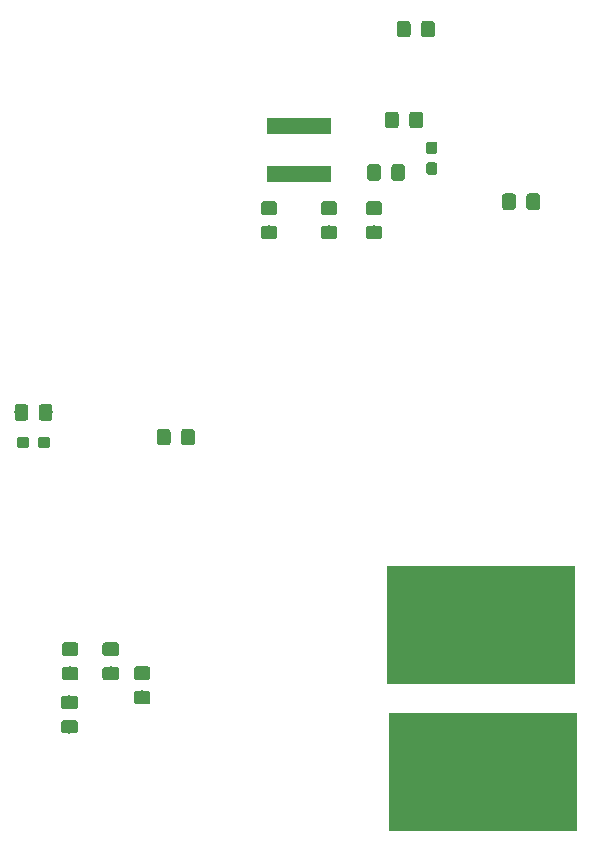
<source format=gbr>
G04 #@! TF.GenerationSoftware,KiCad,Pcbnew,(5.1.0-0)*
G04 #@! TF.CreationDate,2019-05-08T18:24:01-07:00*
G04 #@! TF.ProjectId,power board,706f7765-7220-4626-9f61-72642e6b6963,rev?*
G04 #@! TF.SameCoordinates,Original*
G04 #@! TF.FileFunction,Paste,Top*
G04 #@! TF.FilePolarity,Positive*
%FSLAX46Y46*%
G04 Gerber Fmt 4.6, Leading zero omitted, Abs format (unit mm)*
G04 Created by KiCad (PCBNEW (5.1.0-0)) date 2019-05-08 18:24:01*
%MOMM*%
%LPD*%
G04 APERTURE LIST*
%ADD10R,16.000000X10.000000*%
%ADD11C,0.100000*%
%ADD12C,1.150000*%
%ADD13R,5.500000X1.430000*%
%ADD14C,0.950000*%
G04 APERTURE END LIST*
D10*
X72580500Y-94170500D03*
X72707500Y-106616500D03*
D11*
G36*
X48101505Y-77596704D02*
G01*
X48125773Y-77600304D01*
X48149572Y-77606265D01*
X48172671Y-77614530D01*
X48194850Y-77625020D01*
X48215893Y-77637632D01*
X48235599Y-77652247D01*
X48253777Y-77668723D01*
X48270253Y-77686901D01*
X48284868Y-77706607D01*
X48297480Y-77727650D01*
X48307970Y-77749829D01*
X48316235Y-77772928D01*
X48322196Y-77796727D01*
X48325796Y-77820995D01*
X48327000Y-77845499D01*
X48327000Y-78745501D01*
X48325796Y-78770005D01*
X48322196Y-78794273D01*
X48316235Y-78818072D01*
X48307970Y-78841171D01*
X48297480Y-78863350D01*
X48284868Y-78884393D01*
X48270253Y-78904099D01*
X48253777Y-78922277D01*
X48235599Y-78938753D01*
X48215893Y-78953368D01*
X48194850Y-78965980D01*
X48172671Y-78976470D01*
X48149572Y-78984735D01*
X48125773Y-78990696D01*
X48101505Y-78994296D01*
X48077001Y-78995500D01*
X47426999Y-78995500D01*
X47402495Y-78994296D01*
X47378227Y-78990696D01*
X47354428Y-78984735D01*
X47331329Y-78976470D01*
X47309150Y-78965980D01*
X47288107Y-78953368D01*
X47268401Y-78938753D01*
X47250223Y-78922277D01*
X47233747Y-78904099D01*
X47219132Y-78884393D01*
X47206520Y-78863350D01*
X47196030Y-78841171D01*
X47187765Y-78818072D01*
X47181804Y-78794273D01*
X47178204Y-78770005D01*
X47177000Y-78745501D01*
X47177000Y-77845499D01*
X47178204Y-77820995D01*
X47181804Y-77796727D01*
X47187765Y-77772928D01*
X47196030Y-77749829D01*
X47206520Y-77727650D01*
X47219132Y-77706607D01*
X47233747Y-77686901D01*
X47250223Y-77668723D01*
X47268401Y-77652247D01*
X47288107Y-77637632D01*
X47309150Y-77625020D01*
X47331329Y-77614530D01*
X47354428Y-77606265D01*
X47378227Y-77600304D01*
X47402495Y-77596704D01*
X47426999Y-77595500D01*
X48077001Y-77595500D01*
X48101505Y-77596704D01*
X48101505Y-77596704D01*
G37*
D12*
X47752000Y-78295500D03*
D11*
G36*
X46051505Y-77596704D02*
G01*
X46075773Y-77600304D01*
X46099572Y-77606265D01*
X46122671Y-77614530D01*
X46144850Y-77625020D01*
X46165893Y-77637632D01*
X46185599Y-77652247D01*
X46203777Y-77668723D01*
X46220253Y-77686901D01*
X46234868Y-77706607D01*
X46247480Y-77727650D01*
X46257970Y-77749829D01*
X46266235Y-77772928D01*
X46272196Y-77796727D01*
X46275796Y-77820995D01*
X46277000Y-77845499D01*
X46277000Y-78745501D01*
X46275796Y-78770005D01*
X46272196Y-78794273D01*
X46266235Y-78818072D01*
X46257970Y-78841171D01*
X46247480Y-78863350D01*
X46234868Y-78884393D01*
X46220253Y-78904099D01*
X46203777Y-78922277D01*
X46185599Y-78938753D01*
X46165893Y-78953368D01*
X46144850Y-78965980D01*
X46122671Y-78976470D01*
X46099572Y-78984735D01*
X46075773Y-78990696D01*
X46051505Y-78994296D01*
X46027001Y-78995500D01*
X45376999Y-78995500D01*
X45352495Y-78994296D01*
X45328227Y-78990696D01*
X45304428Y-78984735D01*
X45281329Y-78976470D01*
X45259150Y-78965980D01*
X45238107Y-78953368D01*
X45218401Y-78938753D01*
X45200223Y-78922277D01*
X45183747Y-78904099D01*
X45169132Y-78884393D01*
X45156520Y-78863350D01*
X45146030Y-78841171D01*
X45137765Y-78818072D01*
X45131804Y-78794273D01*
X45128204Y-78770005D01*
X45127000Y-78745501D01*
X45127000Y-77845499D01*
X45128204Y-77820995D01*
X45131804Y-77796727D01*
X45137765Y-77772928D01*
X45146030Y-77749829D01*
X45156520Y-77727650D01*
X45169132Y-77706607D01*
X45183747Y-77686901D01*
X45200223Y-77668723D01*
X45218401Y-77652247D01*
X45238107Y-77637632D01*
X45259150Y-77625020D01*
X45281329Y-77614530D01*
X45304428Y-77606265D01*
X45328227Y-77600304D01*
X45352495Y-77596704D01*
X45376999Y-77595500D01*
X46027001Y-77595500D01*
X46051505Y-77596704D01*
X46051505Y-77596704D01*
G37*
D12*
X45702000Y-78295500D03*
D11*
G36*
X77329505Y-57657704D02*
G01*
X77353773Y-57661304D01*
X77377572Y-57667265D01*
X77400671Y-57675530D01*
X77422850Y-57686020D01*
X77443893Y-57698632D01*
X77463599Y-57713247D01*
X77481777Y-57729723D01*
X77498253Y-57747901D01*
X77512868Y-57767607D01*
X77525480Y-57788650D01*
X77535970Y-57810829D01*
X77544235Y-57833928D01*
X77550196Y-57857727D01*
X77553796Y-57881995D01*
X77555000Y-57906499D01*
X77555000Y-58806501D01*
X77553796Y-58831005D01*
X77550196Y-58855273D01*
X77544235Y-58879072D01*
X77535970Y-58902171D01*
X77525480Y-58924350D01*
X77512868Y-58945393D01*
X77498253Y-58965099D01*
X77481777Y-58983277D01*
X77463599Y-58999753D01*
X77443893Y-59014368D01*
X77422850Y-59026980D01*
X77400671Y-59037470D01*
X77377572Y-59045735D01*
X77353773Y-59051696D01*
X77329505Y-59055296D01*
X77305001Y-59056500D01*
X76654999Y-59056500D01*
X76630495Y-59055296D01*
X76606227Y-59051696D01*
X76582428Y-59045735D01*
X76559329Y-59037470D01*
X76537150Y-59026980D01*
X76516107Y-59014368D01*
X76496401Y-58999753D01*
X76478223Y-58983277D01*
X76461747Y-58965099D01*
X76447132Y-58945393D01*
X76434520Y-58924350D01*
X76424030Y-58902171D01*
X76415765Y-58879072D01*
X76409804Y-58855273D01*
X76406204Y-58831005D01*
X76405000Y-58806501D01*
X76405000Y-57906499D01*
X76406204Y-57881995D01*
X76409804Y-57857727D01*
X76415765Y-57833928D01*
X76424030Y-57810829D01*
X76434520Y-57788650D01*
X76447132Y-57767607D01*
X76461747Y-57747901D01*
X76478223Y-57729723D01*
X76496401Y-57713247D01*
X76516107Y-57698632D01*
X76537150Y-57686020D01*
X76559329Y-57675530D01*
X76582428Y-57667265D01*
X76606227Y-57661304D01*
X76630495Y-57657704D01*
X76654999Y-57656500D01*
X77305001Y-57656500D01*
X77329505Y-57657704D01*
X77329505Y-57657704D01*
G37*
D12*
X76980000Y-58356500D03*
D11*
G36*
X75279505Y-57657704D02*
G01*
X75303773Y-57661304D01*
X75327572Y-57667265D01*
X75350671Y-57675530D01*
X75372850Y-57686020D01*
X75393893Y-57698632D01*
X75413599Y-57713247D01*
X75431777Y-57729723D01*
X75448253Y-57747901D01*
X75462868Y-57767607D01*
X75475480Y-57788650D01*
X75485970Y-57810829D01*
X75494235Y-57833928D01*
X75500196Y-57857727D01*
X75503796Y-57881995D01*
X75505000Y-57906499D01*
X75505000Y-58806501D01*
X75503796Y-58831005D01*
X75500196Y-58855273D01*
X75494235Y-58879072D01*
X75485970Y-58902171D01*
X75475480Y-58924350D01*
X75462868Y-58945393D01*
X75448253Y-58965099D01*
X75431777Y-58983277D01*
X75413599Y-58999753D01*
X75393893Y-59014368D01*
X75372850Y-59026980D01*
X75350671Y-59037470D01*
X75327572Y-59045735D01*
X75303773Y-59051696D01*
X75279505Y-59055296D01*
X75255001Y-59056500D01*
X74604999Y-59056500D01*
X74580495Y-59055296D01*
X74556227Y-59051696D01*
X74532428Y-59045735D01*
X74509329Y-59037470D01*
X74487150Y-59026980D01*
X74466107Y-59014368D01*
X74446401Y-58999753D01*
X74428223Y-58983277D01*
X74411747Y-58965099D01*
X74397132Y-58945393D01*
X74384520Y-58924350D01*
X74374030Y-58902171D01*
X74365765Y-58879072D01*
X74359804Y-58855273D01*
X74356204Y-58831005D01*
X74355000Y-58806501D01*
X74355000Y-57906499D01*
X74356204Y-57881995D01*
X74359804Y-57857727D01*
X74365765Y-57833928D01*
X74374030Y-57810829D01*
X74384520Y-57788650D01*
X74397132Y-57767607D01*
X74411747Y-57747901D01*
X74428223Y-57729723D01*
X74446401Y-57713247D01*
X74466107Y-57698632D01*
X74487150Y-57686020D01*
X74509329Y-57675530D01*
X74532428Y-57667265D01*
X74556227Y-57661304D01*
X74580495Y-57657704D01*
X74604999Y-57656500D01*
X75255001Y-57656500D01*
X75279505Y-57657704D01*
X75279505Y-57657704D01*
G37*
D12*
X74930000Y-58356500D03*
D11*
G36*
X68421505Y-43052704D02*
G01*
X68445773Y-43056304D01*
X68469572Y-43062265D01*
X68492671Y-43070530D01*
X68514850Y-43081020D01*
X68535893Y-43093632D01*
X68555599Y-43108247D01*
X68573777Y-43124723D01*
X68590253Y-43142901D01*
X68604868Y-43162607D01*
X68617480Y-43183650D01*
X68627970Y-43205829D01*
X68636235Y-43228928D01*
X68642196Y-43252727D01*
X68645796Y-43276995D01*
X68647000Y-43301499D01*
X68647000Y-44201501D01*
X68645796Y-44226005D01*
X68642196Y-44250273D01*
X68636235Y-44274072D01*
X68627970Y-44297171D01*
X68617480Y-44319350D01*
X68604868Y-44340393D01*
X68590253Y-44360099D01*
X68573777Y-44378277D01*
X68555599Y-44394753D01*
X68535893Y-44409368D01*
X68514850Y-44421980D01*
X68492671Y-44432470D01*
X68469572Y-44440735D01*
X68445773Y-44446696D01*
X68421505Y-44450296D01*
X68397001Y-44451500D01*
X67746999Y-44451500D01*
X67722495Y-44450296D01*
X67698227Y-44446696D01*
X67674428Y-44440735D01*
X67651329Y-44432470D01*
X67629150Y-44421980D01*
X67608107Y-44409368D01*
X67588401Y-44394753D01*
X67570223Y-44378277D01*
X67553747Y-44360099D01*
X67539132Y-44340393D01*
X67526520Y-44319350D01*
X67516030Y-44297171D01*
X67507765Y-44274072D01*
X67501804Y-44250273D01*
X67498204Y-44226005D01*
X67497000Y-44201501D01*
X67497000Y-43301499D01*
X67498204Y-43276995D01*
X67501804Y-43252727D01*
X67507765Y-43228928D01*
X67516030Y-43205829D01*
X67526520Y-43183650D01*
X67539132Y-43162607D01*
X67553747Y-43142901D01*
X67570223Y-43124723D01*
X67588401Y-43108247D01*
X67608107Y-43093632D01*
X67629150Y-43081020D01*
X67651329Y-43070530D01*
X67674428Y-43062265D01*
X67698227Y-43056304D01*
X67722495Y-43052704D01*
X67746999Y-43051500D01*
X68397001Y-43051500D01*
X68421505Y-43052704D01*
X68421505Y-43052704D01*
G37*
D12*
X68072000Y-43751500D03*
D11*
G36*
X66371505Y-43052704D02*
G01*
X66395773Y-43056304D01*
X66419572Y-43062265D01*
X66442671Y-43070530D01*
X66464850Y-43081020D01*
X66485893Y-43093632D01*
X66505599Y-43108247D01*
X66523777Y-43124723D01*
X66540253Y-43142901D01*
X66554868Y-43162607D01*
X66567480Y-43183650D01*
X66577970Y-43205829D01*
X66586235Y-43228928D01*
X66592196Y-43252727D01*
X66595796Y-43276995D01*
X66597000Y-43301499D01*
X66597000Y-44201501D01*
X66595796Y-44226005D01*
X66592196Y-44250273D01*
X66586235Y-44274072D01*
X66577970Y-44297171D01*
X66567480Y-44319350D01*
X66554868Y-44340393D01*
X66540253Y-44360099D01*
X66523777Y-44378277D01*
X66505599Y-44394753D01*
X66485893Y-44409368D01*
X66464850Y-44421980D01*
X66442671Y-44432470D01*
X66419572Y-44440735D01*
X66395773Y-44446696D01*
X66371505Y-44450296D01*
X66347001Y-44451500D01*
X65696999Y-44451500D01*
X65672495Y-44450296D01*
X65648227Y-44446696D01*
X65624428Y-44440735D01*
X65601329Y-44432470D01*
X65579150Y-44421980D01*
X65558107Y-44409368D01*
X65538401Y-44394753D01*
X65520223Y-44378277D01*
X65503747Y-44360099D01*
X65489132Y-44340393D01*
X65476520Y-44319350D01*
X65466030Y-44297171D01*
X65457765Y-44274072D01*
X65451804Y-44250273D01*
X65448204Y-44226005D01*
X65447000Y-44201501D01*
X65447000Y-43301499D01*
X65448204Y-43276995D01*
X65451804Y-43252727D01*
X65457765Y-43228928D01*
X65466030Y-43205829D01*
X65476520Y-43183650D01*
X65489132Y-43162607D01*
X65503747Y-43142901D01*
X65520223Y-43124723D01*
X65538401Y-43108247D01*
X65558107Y-43093632D01*
X65579150Y-43081020D01*
X65601329Y-43070530D01*
X65624428Y-43062265D01*
X65648227Y-43056304D01*
X65672495Y-43052704D01*
X65696999Y-43051500D01*
X66347001Y-43051500D01*
X66371505Y-43052704D01*
X66371505Y-43052704D01*
G37*
D12*
X66022000Y-43751500D03*
D11*
G36*
X44353005Y-99756204D02*
G01*
X44377273Y-99759804D01*
X44401072Y-99765765D01*
X44424171Y-99774030D01*
X44446350Y-99784520D01*
X44467393Y-99797132D01*
X44487099Y-99811747D01*
X44505277Y-99828223D01*
X44521753Y-99846401D01*
X44536368Y-99866107D01*
X44548980Y-99887150D01*
X44559470Y-99909329D01*
X44567735Y-99932428D01*
X44573696Y-99956227D01*
X44577296Y-99980495D01*
X44578500Y-100004999D01*
X44578500Y-100655001D01*
X44577296Y-100679505D01*
X44573696Y-100703773D01*
X44567735Y-100727572D01*
X44559470Y-100750671D01*
X44548980Y-100772850D01*
X44536368Y-100793893D01*
X44521753Y-100813599D01*
X44505277Y-100831777D01*
X44487099Y-100848253D01*
X44467393Y-100862868D01*
X44446350Y-100875480D01*
X44424171Y-100885970D01*
X44401072Y-100894235D01*
X44377273Y-100900196D01*
X44353005Y-100903796D01*
X44328501Y-100905000D01*
X43428499Y-100905000D01*
X43403995Y-100903796D01*
X43379727Y-100900196D01*
X43355928Y-100894235D01*
X43332829Y-100885970D01*
X43310650Y-100875480D01*
X43289607Y-100862868D01*
X43269901Y-100848253D01*
X43251723Y-100831777D01*
X43235247Y-100813599D01*
X43220632Y-100793893D01*
X43208020Y-100772850D01*
X43197530Y-100750671D01*
X43189265Y-100727572D01*
X43183304Y-100703773D01*
X43179704Y-100679505D01*
X43178500Y-100655001D01*
X43178500Y-100004999D01*
X43179704Y-99980495D01*
X43183304Y-99956227D01*
X43189265Y-99932428D01*
X43197530Y-99909329D01*
X43208020Y-99887150D01*
X43220632Y-99866107D01*
X43235247Y-99846401D01*
X43251723Y-99828223D01*
X43269901Y-99811747D01*
X43289607Y-99797132D01*
X43310650Y-99784520D01*
X43332829Y-99774030D01*
X43355928Y-99765765D01*
X43379727Y-99759804D01*
X43403995Y-99756204D01*
X43428499Y-99755000D01*
X44328501Y-99755000D01*
X44353005Y-99756204D01*
X44353005Y-99756204D01*
G37*
D12*
X43878500Y-100330000D03*
D11*
G36*
X44353005Y-97706204D02*
G01*
X44377273Y-97709804D01*
X44401072Y-97715765D01*
X44424171Y-97724030D01*
X44446350Y-97734520D01*
X44467393Y-97747132D01*
X44487099Y-97761747D01*
X44505277Y-97778223D01*
X44521753Y-97796401D01*
X44536368Y-97816107D01*
X44548980Y-97837150D01*
X44559470Y-97859329D01*
X44567735Y-97882428D01*
X44573696Y-97906227D01*
X44577296Y-97930495D01*
X44578500Y-97954999D01*
X44578500Y-98605001D01*
X44577296Y-98629505D01*
X44573696Y-98653773D01*
X44567735Y-98677572D01*
X44559470Y-98700671D01*
X44548980Y-98722850D01*
X44536368Y-98743893D01*
X44521753Y-98763599D01*
X44505277Y-98781777D01*
X44487099Y-98798253D01*
X44467393Y-98812868D01*
X44446350Y-98825480D01*
X44424171Y-98835970D01*
X44401072Y-98844235D01*
X44377273Y-98850196D01*
X44353005Y-98853796D01*
X44328501Y-98855000D01*
X43428499Y-98855000D01*
X43403995Y-98853796D01*
X43379727Y-98850196D01*
X43355928Y-98844235D01*
X43332829Y-98835970D01*
X43310650Y-98825480D01*
X43289607Y-98812868D01*
X43269901Y-98798253D01*
X43251723Y-98781777D01*
X43235247Y-98763599D01*
X43220632Y-98743893D01*
X43208020Y-98722850D01*
X43197530Y-98700671D01*
X43189265Y-98677572D01*
X43183304Y-98653773D01*
X43179704Y-98629505D01*
X43178500Y-98605001D01*
X43178500Y-97954999D01*
X43179704Y-97930495D01*
X43183304Y-97906227D01*
X43189265Y-97882428D01*
X43197530Y-97859329D01*
X43208020Y-97837150D01*
X43220632Y-97816107D01*
X43235247Y-97796401D01*
X43251723Y-97778223D01*
X43269901Y-97761747D01*
X43289607Y-97747132D01*
X43310650Y-97734520D01*
X43332829Y-97724030D01*
X43355928Y-97715765D01*
X43379727Y-97709804D01*
X43403995Y-97706204D01*
X43428499Y-97705000D01*
X44328501Y-97705000D01*
X44353005Y-97706204D01*
X44353005Y-97706204D01*
G37*
D12*
X43878500Y-98280000D03*
D13*
X57150000Y-51955000D03*
X57150000Y-55995000D03*
D11*
G36*
X67414505Y-50736204D02*
G01*
X67438773Y-50739804D01*
X67462572Y-50745765D01*
X67485671Y-50754030D01*
X67507850Y-50764520D01*
X67528893Y-50777132D01*
X67548599Y-50791747D01*
X67566777Y-50808223D01*
X67583253Y-50826401D01*
X67597868Y-50846107D01*
X67610480Y-50867150D01*
X67620970Y-50889329D01*
X67629235Y-50912428D01*
X67635196Y-50936227D01*
X67638796Y-50960495D01*
X67640000Y-50984999D01*
X67640000Y-51885001D01*
X67638796Y-51909505D01*
X67635196Y-51933773D01*
X67629235Y-51957572D01*
X67620970Y-51980671D01*
X67610480Y-52002850D01*
X67597868Y-52023893D01*
X67583253Y-52043599D01*
X67566777Y-52061777D01*
X67548599Y-52078253D01*
X67528893Y-52092868D01*
X67507850Y-52105480D01*
X67485671Y-52115970D01*
X67462572Y-52124235D01*
X67438773Y-52130196D01*
X67414505Y-52133796D01*
X67390001Y-52135000D01*
X66739999Y-52135000D01*
X66715495Y-52133796D01*
X66691227Y-52130196D01*
X66667428Y-52124235D01*
X66644329Y-52115970D01*
X66622150Y-52105480D01*
X66601107Y-52092868D01*
X66581401Y-52078253D01*
X66563223Y-52061777D01*
X66546747Y-52043599D01*
X66532132Y-52023893D01*
X66519520Y-52002850D01*
X66509030Y-51980671D01*
X66500765Y-51957572D01*
X66494804Y-51933773D01*
X66491204Y-51909505D01*
X66490000Y-51885001D01*
X66490000Y-50984999D01*
X66491204Y-50960495D01*
X66494804Y-50936227D01*
X66500765Y-50912428D01*
X66509030Y-50889329D01*
X66519520Y-50867150D01*
X66532132Y-50846107D01*
X66546747Y-50826401D01*
X66563223Y-50808223D01*
X66581401Y-50791747D01*
X66601107Y-50777132D01*
X66622150Y-50764520D01*
X66644329Y-50754030D01*
X66667428Y-50745765D01*
X66691227Y-50739804D01*
X66715495Y-50736204D01*
X66739999Y-50735000D01*
X67390001Y-50735000D01*
X67414505Y-50736204D01*
X67414505Y-50736204D01*
G37*
D12*
X67065000Y-51435000D03*
D11*
G36*
X65364505Y-50736204D02*
G01*
X65388773Y-50739804D01*
X65412572Y-50745765D01*
X65435671Y-50754030D01*
X65457850Y-50764520D01*
X65478893Y-50777132D01*
X65498599Y-50791747D01*
X65516777Y-50808223D01*
X65533253Y-50826401D01*
X65547868Y-50846107D01*
X65560480Y-50867150D01*
X65570970Y-50889329D01*
X65579235Y-50912428D01*
X65585196Y-50936227D01*
X65588796Y-50960495D01*
X65590000Y-50984999D01*
X65590000Y-51885001D01*
X65588796Y-51909505D01*
X65585196Y-51933773D01*
X65579235Y-51957572D01*
X65570970Y-51980671D01*
X65560480Y-52002850D01*
X65547868Y-52023893D01*
X65533253Y-52043599D01*
X65516777Y-52061777D01*
X65498599Y-52078253D01*
X65478893Y-52092868D01*
X65457850Y-52105480D01*
X65435671Y-52115970D01*
X65412572Y-52124235D01*
X65388773Y-52130196D01*
X65364505Y-52133796D01*
X65340001Y-52135000D01*
X64689999Y-52135000D01*
X64665495Y-52133796D01*
X64641227Y-52130196D01*
X64617428Y-52124235D01*
X64594329Y-52115970D01*
X64572150Y-52105480D01*
X64551107Y-52092868D01*
X64531401Y-52078253D01*
X64513223Y-52061777D01*
X64496747Y-52043599D01*
X64482132Y-52023893D01*
X64469520Y-52002850D01*
X64459030Y-51980671D01*
X64450765Y-51957572D01*
X64444804Y-51933773D01*
X64441204Y-51909505D01*
X64440000Y-51885001D01*
X64440000Y-50984999D01*
X64441204Y-50960495D01*
X64444804Y-50936227D01*
X64450765Y-50912428D01*
X64459030Y-50889329D01*
X64469520Y-50867150D01*
X64482132Y-50846107D01*
X64496747Y-50826401D01*
X64513223Y-50808223D01*
X64531401Y-50791747D01*
X64551107Y-50777132D01*
X64572150Y-50764520D01*
X64594329Y-50754030D01*
X64617428Y-50745765D01*
X64641227Y-50739804D01*
X64665495Y-50736204D01*
X64689999Y-50735000D01*
X65340001Y-50735000D01*
X65364505Y-50736204D01*
X65364505Y-50736204D01*
G37*
D12*
X65015000Y-51435000D03*
D11*
G36*
X68650279Y-53274644D02*
G01*
X68673334Y-53278063D01*
X68695943Y-53283727D01*
X68717887Y-53291579D01*
X68738957Y-53301544D01*
X68758948Y-53313526D01*
X68777668Y-53327410D01*
X68794938Y-53343062D01*
X68810590Y-53360332D01*
X68824474Y-53379052D01*
X68836456Y-53399043D01*
X68846421Y-53420113D01*
X68854273Y-53442057D01*
X68859937Y-53464666D01*
X68863356Y-53487721D01*
X68864500Y-53511000D01*
X68864500Y-54086000D01*
X68863356Y-54109279D01*
X68859937Y-54132334D01*
X68854273Y-54154943D01*
X68846421Y-54176887D01*
X68836456Y-54197957D01*
X68824474Y-54217948D01*
X68810590Y-54236668D01*
X68794938Y-54253938D01*
X68777668Y-54269590D01*
X68758948Y-54283474D01*
X68738957Y-54295456D01*
X68717887Y-54305421D01*
X68695943Y-54313273D01*
X68673334Y-54318937D01*
X68650279Y-54322356D01*
X68627000Y-54323500D01*
X68152000Y-54323500D01*
X68128721Y-54322356D01*
X68105666Y-54318937D01*
X68083057Y-54313273D01*
X68061113Y-54305421D01*
X68040043Y-54295456D01*
X68020052Y-54283474D01*
X68001332Y-54269590D01*
X67984062Y-54253938D01*
X67968410Y-54236668D01*
X67954526Y-54217948D01*
X67942544Y-54197957D01*
X67932579Y-54176887D01*
X67924727Y-54154943D01*
X67919063Y-54132334D01*
X67915644Y-54109279D01*
X67914500Y-54086000D01*
X67914500Y-53511000D01*
X67915644Y-53487721D01*
X67919063Y-53464666D01*
X67924727Y-53442057D01*
X67932579Y-53420113D01*
X67942544Y-53399043D01*
X67954526Y-53379052D01*
X67968410Y-53360332D01*
X67984062Y-53343062D01*
X68001332Y-53327410D01*
X68020052Y-53313526D01*
X68040043Y-53301544D01*
X68061113Y-53291579D01*
X68083057Y-53283727D01*
X68105666Y-53278063D01*
X68128721Y-53274644D01*
X68152000Y-53273500D01*
X68627000Y-53273500D01*
X68650279Y-53274644D01*
X68650279Y-53274644D01*
G37*
D14*
X68389500Y-53798500D03*
D11*
G36*
X68650279Y-55024644D02*
G01*
X68673334Y-55028063D01*
X68695943Y-55033727D01*
X68717887Y-55041579D01*
X68738957Y-55051544D01*
X68758948Y-55063526D01*
X68777668Y-55077410D01*
X68794938Y-55093062D01*
X68810590Y-55110332D01*
X68824474Y-55129052D01*
X68836456Y-55149043D01*
X68846421Y-55170113D01*
X68854273Y-55192057D01*
X68859937Y-55214666D01*
X68863356Y-55237721D01*
X68864500Y-55261000D01*
X68864500Y-55836000D01*
X68863356Y-55859279D01*
X68859937Y-55882334D01*
X68854273Y-55904943D01*
X68846421Y-55926887D01*
X68836456Y-55947957D01*
X68824474Y-55967948D01*
X68810590Y-55986668D01*
X68794938Y-56003938D01*
X68777668Y-56019590D01*
X68758948Y-56033474D01*
X68738957Y-56045456D01*
X68717887Y-56055421D01*
X68695943Y-56063273D01*
X68673334Y-56068937D01*
X68650279Y-56072356D01*
X68627000Y-56073500D01*
X68152000Y-56073500D01*
X68128721Y-56072356D01*
X68105666Y-56068937D01*
X68083057Y-56063273D01*
X68061113Y-56055421D01*
X68040043Y-56045456D01*
X68020052Y-56033474D01*
X68001332Y-56019590D01*
X67984062Y-56003938D01*
X67968410Y-55986668D01*
X67954526Y-55967948D01*
X67942544Y-55947957D01*
X67932579Y-55926887D01*
X67924727Y-55904943D01*
X67919063Y-55882334D01*
X67915644Y-55859279D01*
X67914500Y-55836000D01*
X67914500Y-55261000D01*
X67915644Y-55237721D01*
X67919063Y-55214666D01*
X67924727Y-55192057D01*
X67932579Y-55170113D01*
X67942544Y-55149043D01*
X67954526Y-55129052D01*
X67968410Y-55110332D01*
X67984062Y-55093062D01*
X68001332Y-55077410D01*
X68020052Y-55063526D01*
X68040043Y-55051544D01*
X68061113Y-55041579D01*
X68083057Y-55033727D01*
X68105666Y-55028063D01*
X68128721Y-55024644D01*
X68152000Y-55023500D01*
X68627000Y-55023500D01*
X68650279Y-55024644D01*
X68650279Y-55024644D01*
G37*
D14*
X68389500Y-55548500D03*
D11*
G36*
X63974505Y-60386204D02*
G01*
X63998773Y-60389804D01*
X64022572Y-60395765D01*
X64045671Y-60404030D01*
X64067850Y-60414520D01*
X64088893Y-60427132D01*
X64108599Y-60441747D01*
X64126777Y-60458223D01*
X64143253Y-60476401D01*
X64157868Y-60496107D01*
X64170480Y-60517150D01*
X64180970Y-60539329D01*
X64189235Y-60562428D01*
X64195196Y-60586227D01*
X64198796Y-60610495D01*
X64200000Y-60634999D01*
X64200000Y-61285001D01*
X64198796Y-61309505D01*
X64195196Y-61333773D01*
X64189235Y-61357572D01*
X64180970Y-61380671D01*
X64170480Y-61402850D01*
X64157868Y-61423893D01*
X64143253Y-61443599D01*
X64126777Y-61461777D01*
X64108599Y-61478253D01*
X64088893Y-61492868D01*
X64067850Y-61505480D01*
X64045671Y-61515970D01*
X64022572Y-61524235D01*
X63998773Y-61530196D01*
X63974505Y-61533796D01*
X63950001Y-61535000D01*
X63049999Y-61535000D01*
X63025495Y-61533796D01*
X63001227Y-61530196D01*
X62977428Y-61524235D01*
X62954329Y-61515970D01*
X62932150Y-61505480D01*
X62911107Y-61492868D01*
X62891401Y-61478253D01*
X62873223Y-61461777D01*
X62856747Y-61443599D01*
X62842132Y-61423893D01*
X62829520Y-61402850D01*
X62819030Y-61380671D01*
X62810765Y-61357572D01*
X62804804Y-61333773D01*
X62801204Y-61309505D01*
X62800000Y-61285001D01*
X62800000Y-60634999D01*
X62801204Y-60610495D01*
X62804804Y-60586227D01*
X62810765Y-60562428D01*
X62819030Y-60539329D01*
X62829520Y-60517150D01*
X62842132Y-60496107D01*
X62856747Y-60476401D01*
X62873223Y-60458223D01*
X62891401Y-60441747D01*
X62911107Y-60427132D01*
X62932150Y-60414520D01*
X62954329Y-60404030D01*
X62977428Y-60395765D01*
X63001227Y-60389804D01*
X63025495Y-60386204D01*
X63049999Y-60385000D01*
X63950001Y-60385000D01*
X63974505Y-60386204D01*
X63974505Y-60386204D01*
G37*
D12*
X63500000Y-60960000D03*
D11*
G36*
X63974505Y-58336204D02*
G01*
X63998773Y-58339804D01*
X64022572Y-58345765D01*
X64045671Y-58354030D01*
X64067850Y-58364520D01*
X64088893Y-58377132D01*
X64108599Y-58391747D01*
X64126777Y-58408223D01*
X64143253Y-58426401D01*
X64157868Y-58446107D01*
X64170480Y-58467150D01*
X64180970Y-58489329D01*
X64189235Y-58512428D01*
X64195196Y-58536227D01*
X64198796Y-58560495D01*
X64200000Y-58584999D01*
X64200000Y-59235001D01*
X64198796Y-59259505D01*
X64195196Y-59283773D01*
X64189235Y-59307572D01*
X64180970Y-59330671D01*
X64170480Y-59352850D01*
X64157868Y-59373893D01*
X64143253Y-59393599D01*
X64126777Y-59411777D01*
X64108599Y-59428253D01*
X64088893Y-59442868D01*
X64067850Y-59455480D01*
X64045671Y-59465970D01*
X64022572Y-59474235D01*
X63998773Y-59480196D01*
X63974505Y-59483796D01*
X63950001Y-59485000D01*
X63049999Y-59485000D01*
X63025495Y-59483796D01*
X63001227Y-59480196D01*
X62977428Y-59474235D01*
X62954329Y-59465970D01*
X62932150Y-59455480D01*
X62911107Y-59442868D01*
X62891401Y-59428253D01*
X62873223Y-59411777D01*
X62856747Y-59393599D01*
X62842132Y-59373893D01*
X62829520Y-59352850D01*
X62819030Y-59330671D01*
X62810765Y-59307572D01*
X62804804Y-59283773D01*
X62801204Y-59259505D01*
X62800000Y-59235001D01*
X62800000Y-58584999D01*
X62801204Y-58560495D01*
X62804804Y-58536227D01*
X62810765Y-58512428D01*
X62819030Y-58489329D01*
X62829520Y-58467150D01*
X62842132Y-58446107D01*
X62856747Y-58426401D01*
X62873223Y-58408223D01*
X62891401Y-58391747D01*
X62911107Y-58377132D01*
X62932150Y-58364520D01*
X62954329Y-58354030D01*
X62977428Y-58345765D01*
X63001227Y-58339804D01*
X63025495Y-58336204D01*
X63049999Y-58335000D01*
X63950001Y-58335000D01*
X63974505Y-58336204D01*
X63974505Y-58336204D01*
G37*
D12*
X63500000Y-58910000D03*
D11*
G36*
X65899505Y-55181204D02*
G01*
X65923773Y-55184804D01*
X65947572Y-55190765D01*
X65970671Y-55199030D01*
X65992850Y-55209520D01*
X66013893Y-55222132D01*
X66033599Y-55236747D01*
X66051777Y-55253223D01*
X66068253Y-55271401D01*
X66082868Y-55291107D01*
X66095480Y-55312150D01*
X66105970Y-55334329D01*
X66114235Y-55357428D01*
X66120196Y-55381227D01*
X66123796Y-55405495D01*
X66125000Y-55429999D01*
X66125000Y-56330001D01*
X66123796Y-56354505D01*
X66120196Y-56378773D01*
X66114235Y-56402572D01*
X66105970Y-56425671D01*
X66095480Y-56447850D01*
X66082868Y-56468893D01*
X66068253Y-56488599D01*
X66051777Y-56506777D01*
X66033599Y-56523253D01*
X66013893Y-56537868D01*
X65992850Y-56550480D01*
X65970671Y-56560970D01*
X65947572Y-56569235D01*
X65923773Y-56575196D01*
X65899505Y-56578796D01*
X65875001Y-56580000D01*
X65224999Y-56580000D01*
X65200495Y-56578796D01*
X65176227Y-56575196D01*
X65152428Y-56569235D01*
X65129329Y-56560970D01*
X65107150Y-56550480D01*
X65086107Y-56537868D01*
X65066401Y-56523253D01*
X65048223Y-56506777D01*
X65031747Y-56488599D01*
X65017132Y-56468893D01*
X65004520Y-56447850D01*
X64994030Y-56425671D01*
X64985765Y-56402572D01*
X64979804Y-56378773D01*
X64976204Y-56354505D01*
X64975000Y-56330001D01*
X64975000Y-55429999D01*
X64976204Y-55405495D01*
X64979804Y-55381227D01*
X64985765Y-55357428D01*
X64994030Y-55334329D01*
X65004520Y-55312150D01*
X65017132Y-55291107D01*
X65031747Y-55271401D01*
X65048223Y-55253223D01*
X65066401Y-55236747D01*
X65086107Y-55222132D01*
X65107150Y-55209520D01*
X65129329Y-55199030D01*
X65152428Y-55190765D01*
X65176227Y-55184804D01*
X65200495Y-55181204D01*
X65224999Y-55180000D01*
X65875001Y-55180000D01*
X65899505Y-55181204D01*
X65899505Y-55181204D01*
G37*
D12*
X65550000Y-55880000D03*
D11*
G36*
X63849505Y-55181204D02*
G01*
X63873773Y-55184804D01*
X63897572Y-55190765D01*
X63920671Y-55199030D01*
X63942850Y-55209520D01*
X63963893Y-55222132D01*
X63983599Y-55236747D01*
X64001777Y-55253223D01*
X64018253Y-55271401D01*
X64032868Y-55291107D01*
X64045480Y-55312150D01*
X64055970Y-55334329D01*
X64064235Y-55357428D01*
X64070196Y-55381227D01*
X64073796Y-55405495D01*
X64075000Y-55429999D01*
X64075000Y-56330001D01*
X64073796Y-56354505D01*
X64070196Y-56378773D01*
X64064235Y-56402572D01*
X64055970Y-56425671D01*
X64045480Y-56447850D01*
X64032868Y-56468893D01*
X64018253Y-56488599D01*
X64001777Y-56506777D01*
X63983599Y-56523253D01*
X63963893Y-56537868D01*
X63942850Y-56550480D01*
X63920671Y-56560970D01*
X63897572Y-56569235D01*
X63873773Y-56575196D01*
X63849505Y-56578796D01*
X63825001Y-56580000D01*
X63174999Y-56580000D01*
X63150495Y-56578796D01*
X63126227Y-56575196D01*
X63102428Y-56569235D01*
X63079329Y-56560970D01*
X63057150Y-56550480D01*
X63036107Y-56537868D01*
X63016401Y-56523253D01*
X62998223Y-56506777D01*
X62981747Y-56488599D01*
X62967132Y-56468893D01*
X62954520Y-56447850D01*
X62944030Y-56425671D01*
X62935765Y-56402572D01*
X62929804Y-56378773D01*
X62926204Y-56354505D01*
X62925000Y-56330001D01*
X62925000Y-55429999D01*
X62926204Y-55405495D01*
X62929804Y-55381227D01*
X62935765Y-55357428D01*
X62944030Y-55334329D01*
X62954520Y-55312150D01*
X62967132Y-55291107D01*
X62981747Y-55271401D01*
X62998223Y-55253223D01*
X63016401Y-55236747D01*
X63036107Y-55222132D01*
X63057150Y-55209520D01*
X63079329Y-55199030D01*
X63102428Y-55190765D01*
X63126227Y-55184804D01*
X63150495Y-55181204D01*
X63174999Y-55180000D01*
X63825001Y-55180000D01*
X63849505Y-55181204D01*
X63849505Y-55181204D01*
G37*
D12*
X63500000Y-55880000D03*
D11*
G36*
X35870779Y-78266144D02*
G01*
X35893834Y-78269563D01*
X35916443Y-78275227D01*
X35938387Y-78283079D01*
X35959457Y-78293044D01*
X35979448Y-78305026D01*
X35998168Y-78318910D01*
X36015438Y-78334562D01*
X36031090Y-78351832D01*
X36044974Y-78370552D01*
X36056956Y-78390543D01*
X36066921Y-78411613D01*
X36074773Y-78433557D01*
X36080437Y-78456166D01*
X36083856Y-78479221D01*
X36085000Y-78502500D01*
X36085000Y-78977500D01*
X36083856Y-79000779D01*
X36080437Y-79023834D01*
X36074773Y-79046443D01*
X36066921Y-79068387D01*
X36056956Y-79089457D01*
X36044974Y-79109448D01*
X36031090Y-79128168D01*
X36015438Y-79145438D01*
X35998168Y-79161090D01*
X35979448Y-79174974D01*
X35959457Y-79186956D01*
X35938387Y-79196921D01*
X35916443Y-79204773D01*
X35893834Y-79210437D01*
X35870779Y-79213856D01*
X35847500Y-79215000D01*
X35272500Y-79215000D01*
X35249221Y-79213856D01*
X35226166Y-79210437D01*
X35203557Y-79204773D01*
X35181613Y-79196921D01*
X35160543Y-79186956D01*
X35140552Y-79174974D01*
X35121832Y-79161090D01*
X35104562Y-79145438D01*
X35088910Y-79128168D01*
X35075026Y-79109448D01*
X35063044Y-79089457D01*
X35053079Y-79068387D01*
X35045227Y-79046443D01*
X35039563Y-79023834D01*
X35036144Y-79000779D01*
X35035000Y-78977500D01*
X35035000Y-78502500D01*
X35036144Y-78479221D01*
X35039563Y-78456166D01*
X35045227Y-78433557D01*
X35053079Y-78411613D01*
X35063044Y-78390543D01*
X35075026Y-78370552D01*
X35088910Y-78351832D01*
X35104562Y-78334562D01*
X35121832Y-78318910D01*
X35140552Y-78305026D01*
X35160543Y-78293044D01*
X35181613Y-78283079D01*
X35203557Y-78275227D01*
X35226166Y-78269563D01*
X35249221Y-78266144D01*
X35272500Y-78265000D01*
X35847500Y-78265000D01*
X35870779Y-78266144D01*
X35870779Y-78266144D01*
G37*
D14*
X35560000Y-78740000D03*
D11*
G36*
X34120779Y-78266144D02*
G01*
X34143834Y-78269563D01*
X34166443Y-78275227D01*
X34188387Y-78283079D01*
X34209457Y-78293044D01*
X34229448Y-78305026D01*
X34248168Y-78318910D01*
X34265438Y-78334562D01*
X34281090Y-78351832D01*
X34294974Y-78370552D01*
X34306956Y-78390543D01*
X34316921Y-78411613D01*
X34324773Y-78433557D01*
X34330437Y-78456166D01*
X34333856Y-78479221D01*
X34335000Y-78502500D01*
X34335000Y-78977500D01*
X34333856Y-79000779D01*
X34330437Y-79023834D01*
X34324773Y-79046443D01*
X34316921Y-79068387D01*
X34306956Y-79089457D01*
X34294974Y-79109448D01*
X34281090Y-79128168D01*
X34265438Y-79145438D01*
X34248168Y-79161090D01*
X34229448Y-79174974D01*
X34209457Y-79186956D01*
X34188387Y-79196921D01*
X34166443Y-79204773D01*
X34143834Y-79210437D01*
X34120779Y-79213856D01*
X34097500Y-79215000D01*
X33522500Y-79215000D01*
X33499221Y-79213856D01*
X33476166Y-79210437D01*
X33453557Y-79204773D01*
X33431613Y-79196921D01*
X33410543Y-79186956D01*
X33390552Y-79174974D01*
X33371832Y-79161090D01*
X33354562Y-79145438D01*
X33338910Y-79128168D01*
X33325026Y-79109448D01*
X33313044Y-79089457D01*
X33303079Y-79068387D01*
X33295227Y-79046443D01*
X33289563Y-79023834D01*
X33286144Y-79000779D01*
X33285000Y-78977500D01*
X33285000Y-78502500D01*
X33286144Y-78479221D01*
X33289563Y-78456166D01*
X33295227Y-78433557D01*
X33303079Y-78411613D01*
X33313044Y-78390543D01*
X33325026Y-78370552D01*
X33338910Y-78351832D01*
X33354562Y-78334562D01*
X33371832Y-78318910D01*
X33390552Y-78305026D01*
X33410543Y-78293044D01*
X33431613Y-78283079D01*
X33453557Y-78275227D01*
X33476166Y-78269563D01*
X33499221Y-78266144D01*
X33522500Y-78265000D01*
X34097500Y-78265000D01*
X34120779Y-78266144D01*
X34120779Y-78266144D01*
G37*
D14*
X33810000Y-78740000D03*
D11*
G36*
X36054505Y-75501204D02*
G01*
X36078773Y-75504804D01*
X36102572Y-75510765D01*
X36125671Y-75519030D01*
X36147850Y-75529520D01*
X36168893Y-75542132D01*
X36188599Y-75556747D01*
X36206777Y-75573223D01*
X36223253Y-75591401D01*
X36237868Y-75611107D01*
X36250480Y-75632150D01*
X36260970Y-75654329D01*
X36269235Y-75677428D01*
X36275196Y-75701227D01*
X36278796Y-75725495D01*
X36280000Y-75749999D01*
X36280000Y-76650001D01*
X36278796Y-76674505D01*
X36275196Y-76698773D01*
X36269235Y-76722572D01*
X36260970Y-76745671D01*
X36250480Y-76767850D01*
X36237868Y-76788893D01*
X36223253Y-76808599D01*
X36206777Y-76826777D01*
X36188599Y-76843253D01*
X36168893Y-76857868D01*
X36147850Y-76870480D01*
X36125671Y-76880970D01*
X36102572Y-76889235D01*
X36078773Y-76895196D01*
X36054505Y-76898796D01*
X36030001Y-76900000D01*
X35379999Y-76900000D01*
X35355495Y-76898796D01*
X35331227Y-76895196D01*
X35307428Y-76889235D01*
X35284329Y-76880970D01*
X35262150Y-76870480D01*
X35241107Y-76857868D01*
X35221401Y-76843253D01*
X35203223Y-76826777D01*
X35186747Y-76808599D01*
X35172132Y-76788893D01*
X35159520Y-76767850D01*
X35149030Y-76745671D01*
X35140765Y-76722572D01*
X35134804Y-76698773D01*
X35131204Y-76674505D01*
X35130000Y-76650001D01*
X35130000Y-75749999D01*
X35131204Y-75725495D01*
X35134804Y-75701227D01*
X35140765Y-75677428D01*
X35149030Y-75654329D01*
X35159520Y-75632150D01*
X35172132Y-75611107D01*
X35186747Y-75591401D01*
X35203223Y-75573223D01*
X35221401Y-75556747D01*
X35241107Y-75542132D01*
X35262150Y-75529520D01*
X35284329Y-75519030D01*
X35307428Y-75510765D01*
X35331227Y-75504804D01*
X35355495Y-75501204D01*
X35379999Y-75500000D01*
X36030001Y-75500000D01*
X36054505Y-75501204D01*
X36054505Y-75501204D01*
G37*
D12*
X35705000Y-76200000D03*
D11*
G36*
X34004505Y-75501204D02*
G01*
X34028773Y-75504804D01*
X34052572Y-75510765D01*
X34075671Y-75519030D01*
X34097850Y-75529520D01*
X34118893Y-75542132D01*
X34138599Y-75556747D01*
X34156777Y-75573223D01*
X34173253Y-75591401D01*
X34187868Y-75611107D01*
X34200480Y-75632150D01*
X34210970Y-75654329D01*
X34219235Y-75677428D01*
X34225196Y-75701227D01*
X34228796Y-75725495D01*
X34230000Y-75749999D01*
X34230000Y-76650001D01*
X34228796Y-76674505D01*
X34225196Y-76698773D01*
X34219235Y-76722572D01*
X34210970Y-76745671D01*
X34200480Y-76767850D01*
X34187868Y-76788893D01*
X34173253Y-76808599D01*
X34156777Y-76826777D01*
X34138599Y-76843253D01*
X34118893Y-76857868D01*
X34097850Y-76870480D01*
X34075671Y-76880970D01*
X34052572Y-76889235D01*
X34028773Y-76895196D01*
X34004505Y-76898796D01*
X33980001Y-76900000D01*
X33329999Y-76900000D01*
X33305495Y-76898796D01*
X33281227Y-76895196D01*
X33257428Y-76889235D01*
X33234329Y-76880970D01*
X33212150Y-76870480D01*
X33191107Y-76857868D01*
X33171401Y-76843253D01*
X33153223Y-76826777D01*
X33136747Y-76808599D01*
X33122132Y-76788893D01*
X33109520Y-76767850D01*
X33099030Y-76745671D01*
X33090765Y-76722572D01*
X33084804Y-76698773D01*
X33081204Y-76674505D01*
X33080000Y-76650001D01*
X33080000Y-75749999D01*
X33081204Y-75725495D01*
X33084804Y-75701227D01*
X33090765Y-75677428D01*
X33099030Y-75654329D01*
X33109520Y-75632150D01*
X33122132Y-75611107D01*
X33136747Y-75591401D01*
X33153223Y-75573223D01*
X33171401Y-75556747D01*
X33191107Y-75542132D01*
X33212150Y-75529520D01*
X33234329Y-75519030D01*
X33257428Y-75510765D01*
X33281227Y-75504804D01*
X33305495Y-75501204D01*
X33329999Y-75500000D01*
X33980001Y-75500000D01*
X34004505Y-75501204D01*
X34004505Y-75501204D01*
G37*
D12*
X33655000Y-76200000D03*
D11*
G36*
X60164505Y-58336204D02*
G01*
X60188773Y-58339804D01*
X60212572Y-58345765D01*
X60235671Y-58354030D01*
X60257850Y-58364520D01*
X60278893Y-58377132D01*
X60298599Y-58391747D01*
X60316777Y-58408223D01*
X60333253Y-58426401D01*
X60347868Y-58446107D01*
X60360480Y-58467150D01*
X60370970Y-58489329D01*
X60379235Y-58512428D01*
X60385196Y-58536227D01*
X60388796Y-58560495D01*
X60390000Y-58584999D01*
X60390000Y-59235001D01*
X60388796Y-59259505D01*
X60385196Y-59283773D01*
X60379235Y-59307572D01*
X60370970Y-59330671D01*
X60360480Y-59352850D01*
X60347868Y-59373893D01*
X60333253Y-59393599D01*
X60316777Y-59411777D01*
X60298599Y-59428253D01*
X60278893Y-59442868D01*
X60257850Y-59455480D01*
X60235671Y-59465970D01*
X60212572Y-59474235D01*
X60188773Y-59480196D01*
X60164505Y-59483796D01*
X60140001Y-59485000D01*
X59239999Y-59485000D01*
X59215495Y-59483796D01*
X59191227Y-59480196D01*
X59167428Y-59474235D01*
X59144329Y-59465970D01*
X59122150Y-59455480D01*
X59101107Y-59442868D01*
X59081401Y-59428253D01*
X59063223Y-59411777D01*
X59046747Y-59393599D01*
X59032132Y-59373893D01*
X59019520Y-59352850D01*
X59009030Y-59330671D01*
X59000765Y-59307572D01*
X58994804Y-59283773D01*
X58991204Y-59259505D01*
X58990000Y-59235001D01*
X58990000Y-58584999D01*
X58991204Y-58560495D01*
X58994804Y-58536227D01*
X59000765Y-58512428D01*
X59009030Y-58489329D01*
X59019520Y-58467150D01*
X59032132Y-58446107D01*
X59046747Y-58426401D01*
X59063223Y-58408223D01*
X59081401Y-58391747D01*
X59101107Y-58377132D01*
X59122150Y-58364520D01*
X59144329Y-58354030D01*
X59167428Y-58345765D01*
X59191227Y-58339804D01*
X59215495Y-58336204D01*
X59239999Y-58335000D01*
X60140001Y-58335000D01*
X60164505Y-58336204D01*
X60164505Y-58336204D01*
G37*
D12*
X59690000Y-58910000D03*
D11*
G36*
X60164505Y-60386204D02*
G01*
X60188773Y-60389804D01*
X60212572Y-60395765D01*
X60235671Y-60404030D01*
X60257850Y-60414520D01*
X60278893Y-60427132D01*
X60298599Y-60441747D01*
X60316777Y-60458223D01*
X60333253Y-60476401D01*
X60347868Y-60496107D01*
X60360480Y-60517150D01*
X60370970Y-60539329D01*
X60379235Y-60562428D01*
X60385196Y-60586227D01*
X60388796Y-60610495D01*
X60390000Y-60634999D01*
X60390000Y-61285001D01*
X60388796Y-61309505D01*
X60385196Y-61333773D01*
X60379235Y-61357572D01*
X60370970Y-61380671D01*
X60360480Y-61402850D01*
X60347868Y-61423893D01*
X60333253Y-61443599D01*
X60316777Y-61461777D01*
X60298599Y-61478253D01*
X60278893Y-61492868D01*
X60257850Y-61505480D01*
X60235671Y-61515970D01*
X60212572Y-61524235D01*
X60188773Y-61530196D01*
X60164505Y-61533796D01*
X60140001Y-61535000D01*
X59239999Y-61535000D01*
X59215495Y-61533796D01*
X59191227Y-61530196D01*
X59167428Y-61524235D01*
X59144329Y-61515970D01*
X59122150Y-61505480D01*
X59101107Y-61492868D01*
X59081401Y-61478253D01*
X59063223Y-61461777D01*
X59046747Y-61443599D01*
X59032132Y-61423893D01*
X59019520Y-61402850D01*
X59009030Y-61380671D01*
X59000765Y-61357572D01*
X58994804Y-61333773D01*
X58991204Y-61309505D01*
X58990000Y-61285001D01*
X58990000Y-60634999D01*
X58991204Y-60610495D01*
X58994804Y-60586227D01*
X59000765Y-60562428D01*
X59009030Y-60539329D01*
X59019520Y-60517150D01*
X59032132Y-60496107D01*
X59046747Y-60476401D01*
X59063223Y-60458223D01*
X59081401Y-60441747D01*
X59101107Y-60427132D01*
X59122150Y-60414520D01*
X59144329Y-60404030D01*
X59167428Y-60395765D01*
X59191227Y-60389804D01*
X59215495Y-60386204D01*
X59239999Y-60385000D01*
X60140001Y-60385000D01*
X60164505Y-60386204D01*
X60164505Y-60386204D01*
G37*
D12*
X59690000Y-60960000D03*
D11*
G36*
X38257005Y-95674204D02*
G01*
X38281273Y-95677804D01*
X38305072Y-95683765D01*
X38328171Y-95692030D01*
X38350350Y-95702520D01*
X38371393Y-95715132D01*
X38391099Y-95729747D01*
X38409277Y-95746223D01*
X38425753Y-95764401D01*
X38440368Y-95784107D01*
X38452980Y-95805150D01*
X38463470Y-95827329D01*
X38471735Y-95850428D01*
X38477696Y-95874227D01*
X38481296Y-95898495D01*
X38482500Y-95922999D01*
X38482500Y-96573001D01*
X38481296Y-96597505D01*
X38477696Y-96621773D01*
X38471735Y-96645572D01*
X38463470Y-96668671D01*
X38452980Y-96690850D01*
X38440368Y-96711893D01*
X38425753Y-96731599D01*
X38409277Y-96749777D01*
X38391099Y-96766253D01*
X38371393Y-96780868D01*
X38350350Y-96793480D01*
X38328171Y-96803970D01*
X38305072Y-96812235D01*
X38281273Y-96818196D01*
X38257005Y-96821796D01*
X38232501Y-96823000D01*
X37332499Y-96823000D01*
X37307995Y-96821796D01*
X37283727Y-96818196D01*
X37259928Y-96812235D01*
X37236829Y-96803970D01*
X37214650Y-96793480D01*
X37193607Y-96780868D01*
X37173901Y-96766253D01*
X37155723Y-96749777D01*
X37139247Y-96731599D01*
X37124632Y-96711893D01*
X37112020Y-96690850D01*
X37101530Y-96668671D01*
X37093265Y-96645572D01*
X37087304Y-96621773D01*
X37083704Y-96597505D01*
X37082500Y-96573001D01*
X37082500Y-95922999D01*
X37083704Y-95898495D01*
X37087304Y-95874227D01*
X37093265Y-95850428D01*
X37101530Y-95827329D01*
X37112020Y-95805150D01*
X37124632Y-95784107D01*
X37139247Y-95764401D01*
X37155723Y-95746223D01*
X37173901Y-95729747D01*
X37193607Y-95715132D01*
X37214650Y-95702520D01*
X37236829Y-95692030D01*
X37259928Y-95683765D01*
X37283727Y-95677804D01*
X37307995Y-95674204D01*
X37332499Y-95673000D01*
X38232501Y-95673000D01*
X38257005Y-95674204D01*
X38257005Y-95674204D01*
G37*
D12*
X37782500Y-96248000D03*
D11*
G36*
X38257005Y-97724204D02*
G01*
X38281273Y-97727804D01*
X38305072Y-97733765D01*
X38328171Y-97742030D01*
X38350350Y-97752520D01*
X38371393Y-97765132D01*
X38391099Y-97779747D01*
X38409277Y-97796223D01*
X38425753Y-97814401D01*
X38440368Y-97834107D01*
X38452980Y-97855150D01*
X38463470Y-97877329D01*
X38471735Y-97900428D01*
X38477696Y-97924227D01*
X38481296Y-97948495D01*
X38482500Y-97972999D01*
X38482500Y-98623001D01*
X38481296Y-98647505D01*
X38477696Y-98671773D01*
X38471735Y-98695572D01*
X38463470Y-98718671D01*
X38452980Y-98740850D01*
X38440368Y-98761893D01*
X38425753Y-98781599D01*
X38409277Y-98799777D01*
X38391099Y-98816253D01*
X38371393Y-98830868D01*
X38350350Y-98843480D01*
X38328171Y-98853970D01*
X38305072Y-98862235D01*
X38281273Y-98868196D01*
X38257005Y-98871796D01*
X38232501Y-98873000D01*
X37332499Y-98873000D01*
X37307995Y-98871796D01*
X37283727Y-98868196D01*
X37259928Y-98862235D01*
X37236829Y-98853970D01*
X37214650Y-98843480D01*
X37193607Y-98830868D01*
X37173901Y-98816253D01*
X37155723Y-98799777D01*
X37139247Y-98781599D01*
X37124632Y-98761893D01*
X37112020Y-98740850D01*
X37101530Y-98718671D01*
X37093265Y-98695572D01*
X37087304Y-98671773D01*
X37083704Y-98647505D01*
X37082500Y-98623001D01*
X37082500Y-97972999D01*
X37083704Y-97948495D01*
X37087304Y-97924227D01*
X37093265Y-97900428D01*
X37101530Y-97877329D01*
X37112020Y-97855150D01*
X37124632Y-97834107D01*
X37139247Y-97814401D01*
X37155723Y-97796223D01*
X37173901Y-97779747D01*
X37193607Y-97765132D01*
X37214650Y-97752520D01*
X37236829Y-97742030D01*
X37259928Y-97733765D01*
X37283727Y-97727804D01*
X37307995Y-97724204D01*
X37332499Y-97723000D01*
X38232501Y-97723000D01*
X38257005Y-97724204D01*
X38257005Y-97724204D01*
G37*
D12*
X37782500Y-98298000D03*
D11*
G36*
X38193505Y-100182704D02*
G01*
X38217773Y-100186304D01*
X38241572Y-100192265D01*
X38264671Y-100200530D01*
X38286850Y-100211020D01*
X38307893Y-100223632D01*
X38327599Y-100238247D01*
X38345777Y-100254723D01*
X38362253Y-100272901D01*
X38376868Y-100292607D01*
X38389480Y-100313650D01*
X38399970Y-100335829D01*
X38408235Y-100358928D01*
X38414196Y-100382727D01*
X38417796Y-100406995D01*
X38419000Y-100431499D01*
X38419000Y-101081501D01*
X38417796Y-101106005D01*
X38414196Y-101130273D01*
X38408235Y-101154072D01*
X38399970Y-101177171D01*
X38389480Y-101199350D01*
X38376868Y-101220393D01*
X38362253Y-101240099D01*
X38345777Y-101258277D01*
X38327599Y-101274753D01*
X38307893Y-101289368D01*
X38286850Y-101301980D01*
X38264671Y-101312470D01*
X38241572Y-101320735D01*
X38217773Y-101326696D01*
X38193505Y-101330296D01*
X38169001Y-101331500D01*
X37268999Y-101331500D01*
X37244495Y-101330296D01*
X37220227Y-101326696D01*
X37196428Y-101320735D01*
X37173329Y-101312470D01*
X37151150Y-101301980D01*
X37130107Y-101289368D01*
X37110401Y-101274753D01*
X37092223Y-101258277D01*
X37075747Y-101240099D01*
X37061132Y-101220393D01*
X37048520Y-101199350D01*
X37038030Y-101177171D01*
X37029765Y-101154072D01*
X37023804Y-101130273D01*
X37020204Y-101106005D01*
X37019000Y-101081501D01*
X37019000Y-100431499D01*
X37020204Y-100406995D01*
X37023804Y-100382727D01*
X37029765Y-100358928D01*
X37038030Y-100335829D01*
X37048520Y-100313650D01*
X37061132Y-100292607D01*
X37075747Y-100272901D01*
X37092223Y-100254723D01*
X37110401Y-100238247D01*
X37130107Y-100223632D01*
X37151150Y-100211020D01*
X37173329Y-100200530D01*
X37196428Y-100192265D01*
X37220227Y-100186304D01*
X37244495Y-100182704D01*
X37268999Y-100181500D01*
X38169001Y-100181500D01*
X38193505Y-100182704D01*
X38193505Y-100182704D01*
G37*
D12*
X37719000Y-100756500D03*
D11*
G36*
X38193505Y-102232704D02*
G01*
X38217773Y-102236304D01*
X38241572Y-102242265D01*
X38264671Y-102250530D01*
X38286850Y-102261020D01*
X38307893Y-102273632D01*
X38327599Y-102288247D01*
X38345777Y-102304723D01*
X38362253Y-102322901D01*
X38376868Y-102342607D01*
X38389480Y-102363650D01*
X38399970Y-102385829D01*
X38408235Y-102408928D01*
X38414196Y-102432727D01*
X38417796Y-102456995D01*
X38419000Y-102481499D01*
X38419000Y-103131501D01*
X38417796Y-103156005D01*
X38414196Y-103180273D01*
X38408235Y-103204072D01*
X38399970Y-103227171D01*
X38389480Y-103249350D01*
X38376868Y-103270393D01*
X38362253Y-103290099D01*
X38345777Y-103308277D01*
X38327599Y-103324753D01*
X38307893Y-103339368D01*
X38286850Y-103351980D01*
X38264671Y-103362470D01*
X38241572Y-103370735D01*
X38217773Y-103376696D01*
X38193505Y-103380296D01*
X38169001Y-103381500D01*
X37268999Y-103381500D01*
X37244495Y-103380296D01*
X37220227Y-103376696D01*
X37196428Y-103370735D01*
X37173329Y-103362470D01*
X37151150Y-103351980D01*
X37130107Y-103339368D01*
X37110401Y-103324753D01*
X37092223Y-103308277D01*
X37075747Y-103290099D01*
X37061132Y-103270393D01*
X37048520Y-103249350D01*
X37038030Y-103227171D01*
X37029765Y-103204072D01*
X37023804Y-103180273D01*
X37020204Y-103156005D01*
X37019000Y-103131501D01*
X37019000Y-102481499D01*
X37020204Y-102456995D01*
X37023804Y-102432727D01*
X37029765Y-102408928D01*
X37038030Y-102385829D01*
X37048520Y-102363650D01*
X37061132Y-102342607D01*
X37075747Y-102322901D01*
X37092223Y-102304723D01*
X37110401Y-102288247D01*
X37130107Y-102273632D01*
X37151150Y-102261020D01*
X37173329Y-102250530D01*
X37196428Y-102242265D01*
X37220227Y-102236304D01*
X37244495Y-102232704D01*
X37268999Y-102231500D01*
X38169001Y-102231500D01*
X38193505Y-102232704D01*
X38193505Y-102232704D01*
G37*
D12*
X37719000Y-102806500D03*
D11*
G36*
X55084505Y-58336204D02*
G01*
X55108773Y-58339804D01*
X55132572Y-58345765D01*
X55155671Y-58354030D01*
X55177850Y-58364520D01*
X55198893Y-58377132D01*
X55218599Y-58391747D01*
X55236777Y-58408223D01*
X55253253Y-58426401D01*
X55267868Y-58446107D01*
X55280480Y-58467150D01*
X55290970Y-58489329D01*
X55299235Y-58512428D01*
X55305196Y-58536227D01*
X55308796Y-58560495D01*
X55310000Y-58584999D01*
X55310000Y-59235001D01*
X55308796Y-59259505D01*
X55305196Y-59283773D01*
X55299235Y-59307572D01*
X55290970Y-59330671D01*
X55280480Y-59352850D01*
X55267868Y-59373893D01*
X55253253Y-59393599D01*
X55236777Y-59411777D01*
X55218599Y-59428253D01*
X55198893Y-59442868D01*
X55177850Y-59455480D01*
X55155671Y-59465970D01*
X55132572Y-59474235D01*
X55108773Y-59480196D01*
X55084505Y-59483796D01*
X55060001Y-59485000D01*
X54159999Y-59485000D01*
X54135495Y-59483796D01*
X54111227Y-59480196D01*
X54087428Y-59474235D01*
X54064329Y-59465970D01*
X54042150Y-59455480D01*
X54021107Y-59442868D01*
X54001401Y-59428253D01*
X53983223Y-59411777D01*
X53966747Y-59393599D01*
X53952132Y-59373893D01*
X53939520Y-59352850D01*
X53929030Y-59330671D01*
X53920765Y-59307572D01*
X53914804Y-59283773D01*
X53911204Y-59259505D01*
X53910000Y-59235001D01*
X53910000Y-58584999D01*
X53911204Y-58560495D01*
X53914804Y-58536227D01*
X53920765Y-58512428D01*
X53929030Y-58489329D01*
X53939520Y-58467150D01*
X53952132Y-58446107D01*
X53966747Y-58426401D01*
X53983223Y-58408223D01*
X54001401Y-58391747D01*
X54021107Y-58377132D01*
X54042150Y-58364520D01*
X54064329Y-58354030D01*
X54087428Y-58345765D01*
X54111227Y-58339804D01*
X54135495Y-58336204D01*
X54159999Y-58335000D01*
X55060001Y-58335000D01*
X55084505Y-58336204D01*
X55084505Y-58336204D01*
G37*
D12*
X54610000Y-58910000D03*
D11*
G36*
X55084505Y-60386204D02*
G01*
X55108773Y-60389804D01*
X55132572Y-60395765D01*
X55155671Y-60404030D01*
X55177850Y-60414520D01*
X55198893Y-60427132D01*
X55218599Y-60441747D01*
X55236777Y-60458223D01*
X55253253Y-60476401D01*
X55267868Y-60496107D01*
X55280480Y-60517150D01*
X55290970Y-60539329D01*
X55299235Y-60562428D01*
X55305196Y-60586227D01*
X55308796Y-60610495D01*
X55310000Y-60634999D01*
X55310000Y-61285001D01*
X55308796Y-61309505D01*
X55305196Y-61333773D01*
X55299235Y-61357572D01*
X55290970Y-61380671D01*
X55280480Y-61402850D01*
X55267868Y-61423893D01*
X55253253Y-61443599D01*
X55236777Y-61461777D01*
X55218599Y-61478253D01*
X55198893Y-61492868D01*
X55177850Y-61505480D01*
X55155671Y-61515970D01*
X55132572Y-61524235D01*
X55108773Y-61530196D01*
X55084505Y-61533796D01*
X55060001Y-61535000D01*
X54159999Y-61535000D01*
X54135495Y-61533796D01*
X54111227Y-61530196D01*
X54087428Y-61524235D01*
X54064329Y-61515970D01*
X54042150Y-61505480D01*
X54021107Y-61492868D01*
X54001401Y-61478253D01*
X53983223Y-61461777D01*
X53966747Y-61443599D01*
X53952132Y-61423893D01*
X53939520Y-61402850D01*
X53929030Y-61380671D01*
X53920765Y-61357572D01*
X53914804Y-61333773D01*
X53911204Y-61309505D01*
X53910000Y-61285001D01*
X53910000Y-60634999D01*
X53911204Y-60610495D01*
X53914804Y-60586227D01*
X53920765Y-60562428D01*
X53929030Y-60539329D01*
X53939520Y-60517150D01*
X53952132Y-60496107D01*
X53966747Y-60476401D01*
X53983223Y-60458223D01*
X54001401Y-60441747D01*
X54021107Y-60427132D01*
X54042150Y-60414520D01*
X54064329Y-60404030D01*
X54087428Y-60395765D01*
X54111227Y-60389804D01*
X54135495Y-60386204D01*
X54159999Y-60385000D01*
X55060001Y-60385000D01*
X55084505Y-60386204D01*
X55084505Y-60386204D01*
G37*
D12*
X54610000Y-60960000D03*
D11*
G36*
X41686005Y-95674204D02*
G01*
X41710273Y-95677804D01*
X41734072Y-95683765D01*
X41757171Y-95692030D01*
X41779350Y-95702520D01*
X41800393Y-95715132D01*
X41820099Y-95729747D01*
X41838277Y-95746223D01*
X41854753Y-95764401D01*
X41869368Y-95784107D01*
X41881980Y-95805150D01*
X41892470Y-95827329D01*
X41900735Y-95850428D01*
X41906696Y-95874227D01*
X41910296Y-95898495D01*
X41911500Y-95922999D01*
X41911500Y-96573001D01*
X41910296Y-96597505D01*
X41906696Y-96621773D01*
X41900735Y-96645572D01*
X41892470Y-96668671D01*
X41881980Y-96690850D01*
X41869368Y-96711893D01*
X41854753Y-96731599D01*
X41838277Y-96749777D01*
X41820099Y-96766253D01*
X41800393Y-96780868D01*
X41779350Y-96793480D01*
X41757171Y-96803970D01*
X41734072Y-96812235D01*
X41710273Y-96818196D01*
X41686005Y-96821796D01*
X41661501Y-96823000D01*
X40761499Y-96823000D01*
X40736995Y-96821796D01*
X40712727Y-96818196D01*
X40688928Y-96812235D01*
X40665829Y-96803970D01*
X40643650Y-96793480D01*
X40622607Y-96780868D01*
X40602901Y-96766253D01*
X40584723Y-96749777D01*
X40568247Y-96731599D01*
X40553632Y-96711893D01*
X40541020Y-96690850D01*
X40530530Y-96668671D01*
X40522265Y-96645572D01*
X40516304Y-96621773D01*
X40512704Y-96597505D01*
X40511500Y-96573001D01*
X40511500Y-95922999D01*
X40512704Y-95898495D01*
X40516304Y-95874227D01*
X40522265Y-95850428D01*
X40530530Y-95827329D01*
X40541020Y-95805150D01*
X40553632Y-95784107D01*
X40568247Y-95764401D01*
X40584723Y-95746223D01*
X40602901Y-95729747D01*
X40622607Y-95715132D01*
X40643650Y-95702520D01*
X40665829Y-95692030D01*
X40688928Y-95683765D01*
X40712727Y-95677804D01*
X40736995Y-95674204D01*
X40761499Y-95673000D01*
X41661501Y-95673000D01*
X41686005Y-95674204D01*
X41686005Y-95674204D01*
G37*
D12*
X41211500Y-96248000D03*
D11*
G36*
X41686005Y-97724204D02*
G01*
X41710273Y-97727804D01*
X41734072Y-97733765D01*
X41757171Y-97742030D01*
X41779350Y-97752520D01*
X41800393Y-97765132D01*
X41820099Y-97779747D01*
X41838277Y-97796223D01*
X41854753Y-97814401D01*
X41869368Y-97834107D01*
X41881980Y-97855150D01*
X41892470Y-97877329D01*
X41900735Y-97900428D01*
X41906696Y-97924227D01*
X41910296Y-97948495D01*
X41911500Y-97972999D01*
X41911500Y-98623001D01*
X41910296Y-98647505D01*
X41906696Y-98671773D01*
X41900735Y-98695572D01*
X41892470Y-98718671D01*
X41881980Y-98740850D01*
X41869368Y-98761893D01*
X41854753Y-98781599D01*
X41838277Y-98799777D01*
X41820099Y-98816253D01*
X41800393Y-98830868D01*
X41779350Y-98843480D01*
X41757171Y-98853970D01*
X41734072Y-98862235D01*
X41710273Y-98868196D01*
X41686005Y-98871796D01*
X41661501Y-98873000D01*
X40761499Y-98873000D01*
X40736995Y-98871796D01*
X40712727Y-98868196D01*
X40688928Y-98862235D01*
X40665829Y-98853970D01*
X40643650Y-98843480D01*
X40622607Y-98830868D01*
X40602901Y-98816253D01*
X40584723Y-98799777D01*
X40568247Y-98781599D01*
X40553632Y-98761893D01*
X40541020Y-98740850D01*
X40530530Y-98718671D01*
X40522265Y-98695572D01*
X40516304Y-98671773D01*
X40512704Y-98647505D01*
X40511500Y-98623001D01*
X40511500Y-97972999D01*
X40512704Y-97948495D01*
X40516304Y-97924227D01*
X40522265Y-97900428D01*
X40530530Y-97877329D01*
X40541020Y-97855150D01*
X40553632Y-97834107D01*
X40568247Y-97814401D01*
X40584723Y-97796223D01*
X40602901Y-97779747D01*
X40622607Y-97765132D01*
X40643650Y-97752520D01*
X40665829Y-97742030D01*
X40688928Y-97733765D01*
X40712727Y-97727804D01*
X40736995Y-97724204D01*
X40761499Y-97723000D01*
X41661501Y-97723000D01*
X41686005Y-97724204D01*
X41686005Y-97724204D01*
G37*
D12*
X41211500Y-98298000D03*
M02*

</source>
